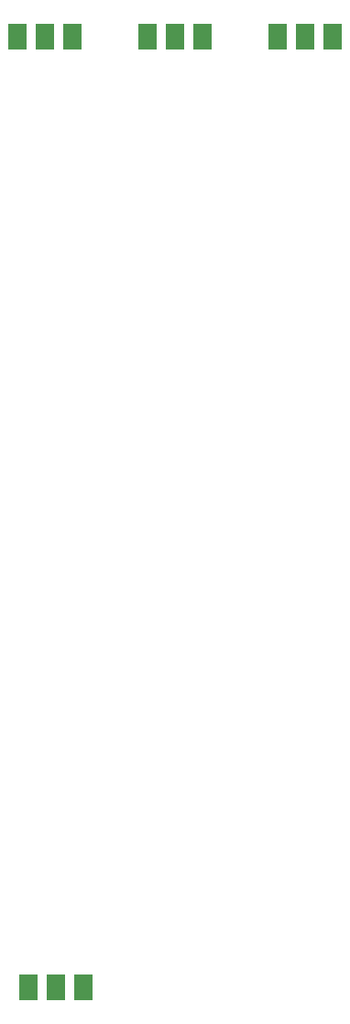
<source format=gbr>
G04 #@! TF.GenerationSoftware,KiCad,Pcbnew,7.0.8*
G04 #@! TF.CreationDate,2023-10-18T02:17:35-07:00*
G04 #@! TF.ProjectId,IotFan,496f7446-616e-42e6-9b69-6361645f7063,rev?*
G04 #@! TF.SameCoordinates,Original*
G04 #@! TF.FileFunction,Paste,Bot*
G04 #@! TF.FilePolarity,Positive*
%FSLAX46Y46*%
G04 Gerber Fmt 4.6, Leading zero omitted, Abs format (unit mm)*
G04 Created by KiCad (PCBNEW 7.0.8) date 2023-10-18 02:17:35*
%MOMM*%
%LPD*%
G01*
G04 APERTURE LIST*
%ADD10R,1.700000X2.340000*%
G04 APERTURE END LIST*
D10*
X143455000Y-50870000D03*
X145995000Y-50870000D03*
X148535000Y-50870000D03*
X131455000Y-50870000D03*
X133995000Y-50870000D03*
X136535000Y-50870000D03*
X119455000Y-50870000D03*
X121995000Y-50870000D03*
X124535000Y-50870000D03*
X120460000Y-138630000D03*
X123000000Y-138630000D03*
X125540000Y-138630000D03*
M02*

</source>
